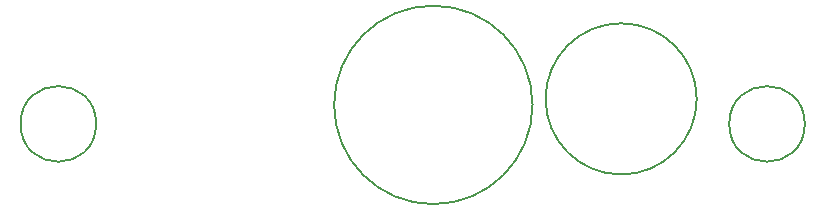
<source format=gbr>
%TF.GenerationSoftware,KiCad,Pcbnew,7.0.5*%
%TF.CreationDate,2023-07-30T14:01:54+02:00*%
%TF.ProjectId,Teensy_TNC_Fronten_back,5465656e-7379-45f5-944e-435f46726f6e,rev?*%
%TF.SameCoordinates,Original*%
%TF.FileFunction,Other,Comment*%
%FSLAX46Y46*%
G04 Gerber Fmt 4.6, Leading zero omitted, Abs format (unit mm)*
G04 Created by KiCad (PCBNEW 7.0.5) date 2023-07-30 14:01:54*
%MOMM*%
%LPD*%
G01*
G04 APERTURE LIST*
%ADD10C,0.150000*%
G04 APERTURE END LIST*
D10*
%TO.C,REF\u002A\u002A*%
X58800000Y12120000D02*
G75*
G03*
X58800000Y12120000I-6400000J0D01*
G01*
X44900000Y11610000D02*
G75*
G03*
X44900000Y11610000I-8400000J0D01*
G01*
X67950000Y10000000D02*
G75*
G03*
X67950000Y10000000I-3200000J0D01*
G01*
X7950000Y10000000D02*
G75*
G03*
X7950000Y10000000I-3200000J0D01*
G01*
%TD*%
M02*

</source>
